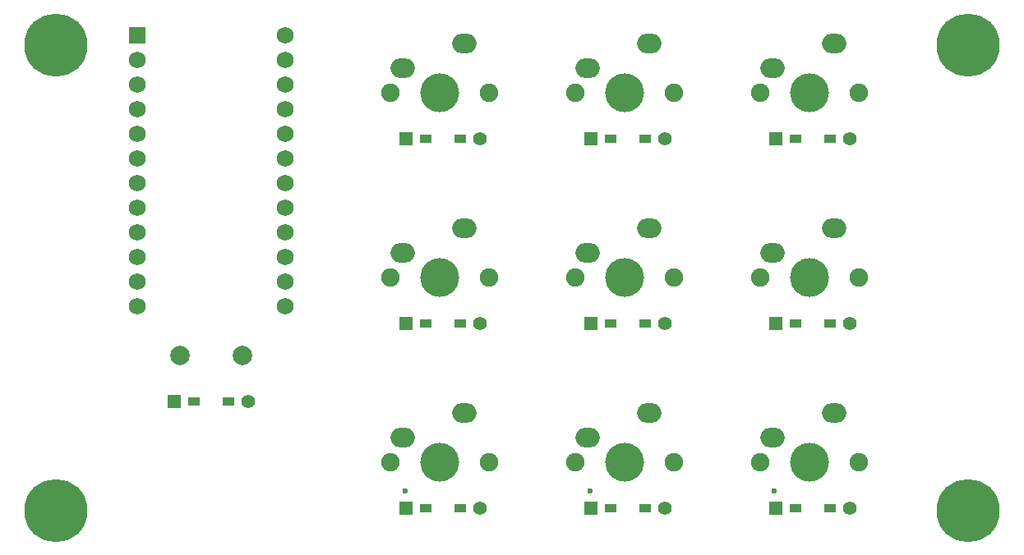
<source format=gbr>
%TF.GenerationSoftware,KiCad,Pcbnew,8.0.8*%
%TF.CreationDate,2025-02-16T23:14:20+09:00*%
%TF.ProjectId,macro,6d616372-6f2e-46b6-9963-61645f706362,rev?*%
%TF.SameCoordinates,Original*%
%TF.FileFunction,Soldermask,Bot*%
%TF.FilePolarity,Negative*%
%FSLAX46Y46*%
G04 Gerber Fmt 4.6, Leading zero omitted, Abs format (unit mm)*
G04 Created by KiCad (PCBNEW 8.0.8) date 2025-02-16 23:14:20*
%MOMM*%
%LPD*%
G01*
G04 APERTURE LIST*
%ADD10C,6.500000*%
%ADD11C,1.900000*%
%ADD12C,4.000000*%
%ADD13O,2.500000X2.000000*%
%ADD14C,2.000000*%
%ADD15R,1.397000X1.397000*%
%ADD16R,1.300000X0.950000*%
%ADD17C,1.397000*%
%ADD18R,1.752600X1.752600*%
%ADD19C,1.752600*%
%ADD20C,0.600000*%
G04 APERTURE END LIST*
D10*
X38000000Y-92000000D03*
D11*
X110552500Y-68000000D03*
D12*
X115632500Y-68000000D03*
D11*
X120712500Y-68000000D03*
D13*
X111822500Y-65460000D03*
X118172500Y-62920000D03*
D11*
X91502500Y-68000000D03*
D12*
X96582500Y-68000000D03*
D11*
X101662500Y-68000000D03*
D13*
X92772500Y-65460000D03*
X99122500Y-62920000D03*
D10*
X132000000Y-92000000D03*
D14*
X57250000Y-76050000D03*
X50750000Y-76050000D03*
D11*
X72452500Y-68000000D03*
D12*
X77532500Y-68000000D03*
D11*
X82612500Y-68000000D03*
D13*
X73722500Y-65460000D03*
X80072500Y-62920000D03*
D11*
X72452500Y-87050000D03*
D12*
X77532500Y-87050000D03*
D11*
X82612500Y-87050000D03*
D13*
X73722500Y-84510000D03*
X80072500Y-81970000D03*
D15*
X112140000Y-72762500D03*
D16*
X114175000Y-72762500D03*
X117725000Y-72762500D03*
D17*
X119760000Y-72762500D03*
D11*
X72452500Y-48950000D03*
D12*
X77532500Y-48950000D03*
D11*
X82612500Y-48950000D03*
D13*
X73722500Y-46410000D03*
X80072500Y-43870000D03*
D11*
X110557890Y-87050000D03*
D12*
X115637890Y-87050000D03*
D11*
X120717890Y-87050000D03*
D13*
X111827890Y-84510000D03*
X118177890Y-81970000D03*
D10*
X132000000Y-44000000D03*
D15*
X93090000Y-53712500D03*
D16*
X95125000Y-53712500D03*
X98675000Y-53712500D03*
D17*
X100710000Y-53712500D03*
D18*
X46380000Y-43030000D03*
D19*
X46380000Y-45570000D03*
X46380000Y-48110000D03*
X46380000Y-50650000D03*
X46380000Y-53190000D03*
X46380000Y-55730000D03*
X46380000Y-58270000D03*
X46380000Y-60810000D03*
X46380000Y-63350000D03*
X46380000Y-65890000D03*
X46380000Y-68430000D03*
X46380000Y-70970000D03*
X61620000Y-70970000D03*
X61620000Y-68430000D03*
X61620000Y-65890000D03*
X61620000Y-63350000D03*
X61620000Y-60810000D03*
X61620000Y-58270000D03*
X61620000Y-55730000D03*
X61620000Y-53190000D03*
X61620000Y-50650000D03*
X61620000Y-48110000D03*
X61620000Y-45570000D03*
X61620000Y-43030000D03*
D11*
X91510471Y-87050000D03*
D12*
X96590471Y-87050000D03*
D11*
X101670471Y-87050000D03*
D13*
X92780471Y-84510000D03*
X99130471Y-81970000D03*
D11*
X110552500Y-48950000D03*
D12*
X115632500Y-48950000D03*
D11*
X120712500Y-48950000D03*
D13*
X111822500Y-46410000D03*
X118172500Y-43870000D03*
D15*
X50190000Y-80812500D03*
D16*
X52225000Y-80812500D03*
X55775000Y-80812500D03*
D17*
X57810000Y-80812500D03*
D15*
X112140000Y-53712500D03*
D16*
X114175000Y-53712500D03*
X117725000Y-53712500D03*
D17*
X119760000Y-53712500D03*
D15*
X112140000Y-91812500D03*
D16*
X114175000Y-91812500D03*
X117725000Y-91812500D03*
D17*
X119760000Y-91812500D03*
D10*
X38000000Y-44000000D03*
D15*
X74040000Y-53712500D03*
D16*
X76075000Y-53712500D03*
X79625000Y-53712500D03*
D17*
X81660000Y-53712500D03*
D15*
X93090000Y-91812500D03*
D16*
X95125000Y-91812500D03*
X98675000Y-91812500D03*
D17*
X100710000Y-91812500D03*
D15*
X93090000Y-72762500D03*
D16*
X95125000Y-72762500D03*
X98675000Y-72762500D03*
D17*
X100710000Y-72762500D03*
D11*
X91502500Y-48950000D03*
D12*
X96582500Y-48950000D03*
D11*
X101662500Y-48950000D03*
D13*
X92772500Y-46410000D03*
X99122500Y-43870000D03*
D15*
X74040000Y-72762500D03*
D16*
X76075000Y-72762500D03*
X79625000Y-72762500D03*
D17*
X81660000Y-72762500D03*
D15*
X74040000Y-91812500D03*
D16*
X76075000Y-91812500D03*
X79625000Y-91812500D03*
D17*
X81660000Y-91812500D03*
D20*
X74000000Y-90000000D03*
X93000000Y-90000000D03*
X112000000Y-90000000D03*
M02*

</source>
